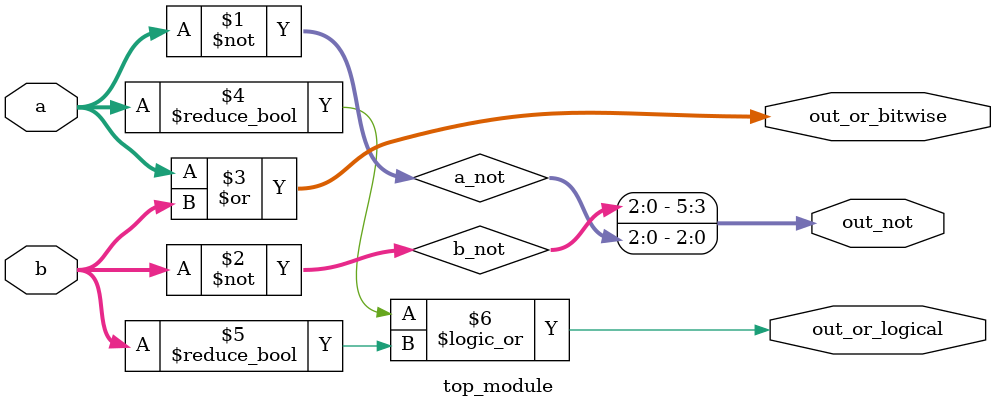
<source format=sv>
module top_module(
    input [2:0] a,
    input [2:0] b,
    output [2:0] out_or_bitwise,
    output out_or_logical,
    output [5:0] out_not
);
    
    wire [2:0] a_not, b_not;

    assign a_not = ~a;
    assign b_not = ~b;
    assign out_or_bitwise = a | b;
    assign out_or_logical = (a != 3'b000) || (b != 3'b000);
    assign out_not = {b_not, a_not};

endmodule

</source>
